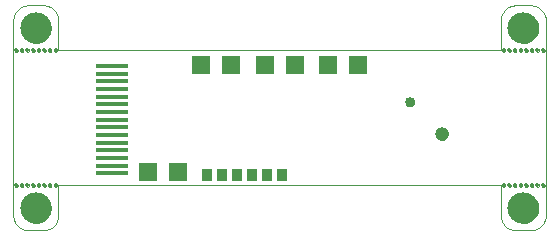
<source format=gbs>
G75*
%MOIN*%
%OFA0B0*%
%FSLAX24Y24*%
%IPPOS*%
%LPD*%
%AMOC8*
5,1,8,0,0,1.08239X$1,22.5*
%
%ADD10C,0.0000*%
%ADD11C,0.1040*%
%ADD12C,0.0140*%
%ADD13C,0.0335*%
%ADD14C,0.0453*%
%ADD15R,0.0640X0.0640*%
%ADD16R,0.1064X0.0178*%
%ADD17R,0.0360X0.0390*%
D10*
X004510Y000900D02*
X004510Y007400D01*
X004512Y007444D01*
X004518Y007487D01*
X004527Y007529D01*
X004540Y007571D01*
X004557Y007611D01*
X004577Y007650D01*
X004600Y007687D01*
X004627Y007721D01*
X004656Y007754D01*
X004689Y007783D01*
X004723Y007810D01*
X004760Y007833D01*
X004799Y007853D01*
X004839Y007870D01*
X004881Y007883D01*
X004923Y007892D01*
X004966Y007898D01*
X005010Y007900D01*
X005510Y007900D01*
X005554Y007898D01*
X005597Y007892D01*
X005639Y007883D01*
X005681Y007870D01*
X005721Y007853D01*
X005760Y007833D01*
X005797Y007810D01*
X005831Y007783D01*
X005864Y007754D01*
X005893Y007721D01*
X005920Y007687D01*
X005943Y007650D01*
X005963Y007611D01*
X005980Y007571D01*
X005993Y007529D01*
X006002Y007487D01*
X006008Y007444D01*
X006010Y007400D01*
X006010Y006400D01*
X020760Y006400D01*
X020760Y007400D01*
X020762Y007444D01*
X020768Y007487D01*
X020777Y007529D01*
X020790Y007571D01*
X020807Y007611D01*
X020827Y007650D01*
X020850Y007687D01*
X020877Y007721D01*
X020906Y007754D01*
X020939Y007783D01*
X020973Y007810D01*
X021010Y007833D01*
X021049Y007853D01*
X021089Y007870D01*
X021131Y007883D01*
X021173Y007892D01*
X021216Y007898D01*
X021260Y007900D01*
X021760Y007900D01*
X021804Y007898D01*
X021847Y007892D01*
X021889Y007883D01*
X021931Y007870D01*
X021971Y007853D01*
X022010Y007833D01*
X022047Y007810D01*
X022081Y007783D01*
X022114Y007754D01*
X022143Y007721D01*
X022170Y007687D01*
X022193Y007650D01*
X022213Y007611D01*
X022230Y007571D01*
X022243Y007529D01*
X022252Y007487D01*
X022258Y007444D01*
X022260Y007400D01*
X022260Y000900D01*
X022258Y000856D01*
X022252Y000813D01*
X022243Y000771D01*
X022230Y000729D01*
X022213Y000689D01*
X022193Y000650D01*
X022170Y000613D01*
X022143Y000579D01*
X022114Y000546D01*
X022081Y000517D01*
X022047Y000490D01*
X022010Y000467D01*
X021971Y000447D01*
X021931Y000430D01*
X021889Y000417D01*
X021847Y000408D01*
X021804Y000402D01*
X021760Y000400D01*
X021260Y000400D01*
X021216Y000402D01*
X021173Y000408D01*
X021131Y000417D01*
X021089Y000430D01*
X021049Y000447D01*
X021010Y000467D01*
X020973Y000490D01*
X020939Y000517D01*
X020906Y000546D01*
X020877Y000579D01*
X020850Y000613D01*
X020827Y000650D01*
X020807Y000689D01*
X020790Y000729D01*
X020777Y000771D01*
X020768Y000813D01*
X020762Y000856D01*
X020760Y000900D01*
X020760Y001900D01*
X006010Y001900D01*
X006010Y000900D01*
X006008Y000856D01*
X006002Y000813D01*
X005993Y000771D01*
X005980Y000729D01*
X005963Y000689D01*
X005943Y000650D01*
X005920Y000613D01*
X005893Y000579D01*
X005864Y000546D01*
X005831Y000517D01*
X005797Y000490D01*
X005760Y000467D01*
X005721Y000447D01*
X005681Y000430D01*
X005639Y000417D01*
X005597Y000408D01*
X005554Y000402D01*
X005510Y000400D01*
X005010Y000400D01*
X004966Y000402D01*
X004923Y000408D01*
X004881Y000417D01*
X004839Y000430D01*
X004799Y000447D01*
X004760Y000467D01*
X004723Y000490D01*
X004689Y000517D01*
X004656Y000546D01*
X004627Y000579D01*
X004600Y000613D01*
X004577Y000650D01*
X004557Y000689D01*
X004540Y000729D01*
X004527Y000771D01*
X004518Y000813D01*
X004512Y000856D01*
X004510Y000900D01*
X004760Y001150D02*
X004762Y001194D01*
X004768Y001238D01*
X004778Y001281D01*
X004791Y001323D01*
X004808Y001364D01*
X004829Y001403D01*
X004853Y001440D01*
X004880Y001475D01*
X004910Y001507D01*
X004943Y001537D01*
X004979Y001563D01*
X005016Y001587D01*
X005056Y001606D01*
X005097Y001623D01*
X005140Y001635D01*
X005183Y001644D01*
X005227Y001649D01*
X005271Y001650D01*
X005315Y001647D01*
X005359Y001640D01*
X005402Y001629D01*
X005444Y001615D01*
X005484Y001597D01*
X005523Y001575D01*
X005559Y001551D01*
X005593Y001523D01*
X005625Y001492D01*
X005654Y001458D01*
X005680Y001422D01*
X005702Y001384D01*
X005721Y001344D01*
X005736Y001302D01*
X005748Y001260D01*
X005756Y001216D01*
X005760Y001172D01*
X005760Y001128D01*
X005756Y001084D01*
X005748Y001040D01*
X005736Y000998D01*
X005721Y000956D01*
X005702Y000916D01*
X005680Y000878D01*
X005654Y000842D01*
X005625Y000808D01*
X005593Y000777D01*
X005559Y000749D01*
X005523Y000725D01*
X005484Y000703D01*
X005444Y000685D01*
X005402Y000671D01*
X005359Y000660D01*
X005315Y000653D01*
X005271Y000650D01*
X005227Y000651D01*
X005183Y000656D01*
X005140Y000665D01*
X005097Y000677D01*
X005056Y000694D01*
X005016Y000713D01*
X004979Y000737D01*
X004943Y000763D01*
X004910Y000793D01*
X004880Y000825D01*
X004853Y000860D01*
X004829Y000897D01*
X004808Y000936D01*
X004791Y000977D01*
X004778Y001019D01*
X004768Y001062D01*
X004762Y001106D01*
X004760Y001150D01*
X004741Y001900D02*
X004743Y001913D01*
X004748Y001926D01*
X004757Y001937D01*
X004768Y001944D01*
X004781Y001949D01*
X004794Y001950D01*
X004808Y001947D01*
X004820Y001941D01*
X004830Y001932D01*
X004837Y001920D01*
X004841Y001907D01*
X004841Y001893D01*
X004837Y001880D01*
X004830Y001868D01*
X004820Y001859D01*
X004808Y001853D01*
X004794Y001850D01*
X004781Y001851D01*
X004768Y001856D01*
X004757Y001863D01*
X004748Y001874D01*
X004743Y001887D01*
X004741Y001900D01*
X004553Y001900D02*
X004555Y001913D01*
X004560Y001926D01*
X004569Y001937D01*
X004580Y001944D01*
X004593Y001949D01*
X004606Y001950D01*
X004620Y001947D01*
X004632Y001941D01*
X004642Y001932D01*
X004649Y001920D01*
X004653Y001907D01*
X004653Y001893D01*
X004649Y001880D01*
X004642Y001868D01*
X004632Y001859D01*
X004620Y001853D01*
X004606Y001850D01*
X004593Y001851D01*
X004580Y001856D01*
X004569Y001863D01*
X004560Y001874D01*
X004555Y001887D01*
X004553Y001900D01*
X004928Y001900D02*
X004930Y001913D01*
X004935Y001926D01*
X004944Y001937D01*
X004955Y001944D01*
X004968Y001949D01*
X004981Y001950D01*
X004995Y001947D01*
X005007Y001941D01*
X005017Y001932D01*
X005024Y001920D01*
X005028Y001907D01*
X005028Y001893D01*
X005024Y001880D01*
X005017Y001868D01*
X005007Y001859D01*
X004995Y001853D01*
X004981Y001850D01*
X004968Y001851D01*
X004955Y001856D01*
X004944Y001863D01*
X004935Y001874D01*
X004930Y001887D01*
X004928Y001900D01*
X005116Y001900D02*
X005118Y001913D01*
X005123Y001926D01*
X005132Y001937D01*
X005143Y001944D01*
X005156Y001949D01*
X005169Y001950D01*
X005183Y001947D01*
X005195Y001941D01*
X005205Y001932D01*
X005212Y001920D01*
X005216Y001907D01*
X005216Y001893D01*
X005212Y001880D01*
X005205Y001868D01*
X005195Y001859D01*
X005183Y001853D01*
X005169Y001850D01*
X005156Y001851D01*
X005143Y001856D01*
X005132Y001863D01*
X005123Y001874D01*
X005118Y001887D01*
X005116Y001900D01*
X005303Y001900D02*
X005305Y001913D01*
X005310Y001926D01*
X005319Y001937D01*
X005330Y001944D01*
X005343Y001949D01*
X005356Y001950D01*
X005370Y001947D01*
X005382Y001941D01*
X005392Y001932D01*
X005399Y001920D01*
X005403Y001907D01*
X005403Y001893D01*
X005399Y001880D01*
X005392Y001868D01*
X005382Y001859D01*
X005370Y001853D01*
X005356Y001850D01*
X005343Y001851D01*
X005330Y001856D01*
X005319Y001863D01*
X005310Y001874D01*
X005305Y001887D01*
X005303Y001900D01*
X005491Y001900D02*
X005493Y001913D01*
X005498Y001926D01*
X005507Y001937D01*
X005518Y001944D01*
X005531Y001949D01*
X005544Y001950D01*
X005558Y001947D01*
X005570Y001941D01*
X005580Y001932D01*
X005587Y001920D01*
X005591Y001907D01*
X005591Y001893D01*
X005587Y001880D01*
X005580Y001868D01*
X005570Y001859D01*
X005558Y001853D01*
X005544Y001850D01*
X005531Y001851D01*
X005518Y001856D01*
X005507Y001863D01*
X005498Y001874D01*
X005493Y001887D01*
X005491Y001900D01*
X005678Y001900D02*
X005680Y001913D01*
X005685Y001926D01*
X005694Y001937D01*
X005705Y001944D01*
X005718Y001949D01*
X005731Y001950D01*
X005745Y001947D01*
X005757Y001941D01*
X005767Y001932D01*
X005774Y001920D01*
X005778Y001907D01*
X005778Y001893D01*
X005774Y001880D01*
X005767Y001868D01*
X005757Y001859D01*
X005745Y001853D01*
X005731Y001850D01*
X005718Y001851D01*
X005705Y001856D01*
X005694Y001863D01*
X005685Y001874D01*
X005680Y001887D01*
X005678Y001900D01*
X005866Y001900D02*
X005868Y001913D01*
X005873Y001926D01*
X005882Y001937D01*
X005893Y001944D01*
X005906Y001949D01*
X005919Y001950D01*
X005933Y001947D01*
X005945Y001941D01*
X005955Y001932D01*
X005962Y001920D01*
X005966Y001907D01*
X005966Y001893D01*
X005962Y001880D01*
X005955Y001868D01*
X005945Y001859D01*
X005933Y001853D01*
X005919Y001850D01*
X005906Y001851D01*
X005893Y001856D01*
X005882Y001863D01*
X005873Y001874D01*
X005868Y001887D01*
X005866Y001900D01*
X005866Y006400D02*
X005868Y006413D01*
X005873Y006426D01*
X005882Y006437D01*
X005893Y006444D01*
X005906Y006449D01*
X005919Y006450D01*
X005933Y006447D01*
X005945Y006441D01*
X005955Y006432D01*
X005962Y006420D01*
X005966Y006407D01*
X005966Y006393D01*
X005962Y006380D01*
X005955Y006368D01*
X005945Y006359D01*
X005933Y006353D01*
X005919Y006350D01*
X005906Y006351D01*
X005893Y006356D01*
X005882Y006363D01*
X005873Y006374D01*
X005868Y006387D01*
X005866Y006400D01*
X005678Y006400D02*
X005680Y006413D01*
X005685Y006426D01*
X005694Y006437D01*
X005705Y006444D01*
X005718Y006449D01*
X005731Y006450D01*
X005745Y006447D01*
X005757Y006441D01*
X005767Y006432D01*
X005774Y006420D01*
X005778Y006407D01*
X005778Y006393D01*
X005774Y006380D01*
X005767Y006368D01*
X005757Y006359D01*
X005745Y006353D01*
X005731Y006350D01*
X005718Y006351D01*
X005705Y006356D01*
X005694Y006363D01*
X005685Y006374D01*
X005680Y006387D01*
X005678Y006400D01*
X005491Y006400D02*
X005493Y006413D01*
X005498Y006426D01*
X005507Y006437D01*
X005518Y006444D01*
X005531Y006449D01*
X005544Y006450D01*
X005558Y006447D01*
X005570Y006441D01*
X005580Y006432D01*
X005587Y006420D01*
X005591Y006407D01*
X005591Y006393D01*
X005587Y006380D01*
X005580Y006368D01*
X005570Y006359D01*
X005558Y006353D01*
X005544Y006350D01*
X005531Y006351D01*
X005518Y006356D01*
X005507Y006363D01*
X005498Y006374D01*
X005493Y006387D01*
X005491Y006400D01*
X005303Y006400D02*
X005305Y006413D01*
X005310Y006426D01*
X005319Y006437D01*
X005330Y006444D01*
X005343Y006449D01*
X005356Y006450D01*
X005370Y006447D01*
X005382Y006441D01*
X005392Y006432D01*
X005399Y006420D01*
X005403Y006407D01*
X005403Y006393D01*
X005399Y006380D01*
X005392Y006368D01*
X005382Y006359D01*
X005370Y006353D01*
X005356Y006350D01*
X005343Y006351D01*
X005330Y006356D01*
X005319Y006363D01*
X005310Y006374D01*
X005305Y006387D01*
X005303Y006400D01*
X005116Y006400D02*
X005118Y006413D01*
X005123Y006426D01*
X005132Y006437D01*
X005143Y006444D01*
X005156Y006449D01*
X005169Y006450D01*
X005183Y006447D01*
X005195Y006441D01*
X005205Y006432D01*
X005212Y006420D01*
X005216Y006407D01*
X005216Y006393D01*
X005212Y006380D01*
X005205Y006368D01*
X005195Y006359D01*
X005183Y006353D01*
X005169Y006350D01*
X005156Y006351D01*
X005143Y006356D01*
X005132Y006363D01*
X005123Y006374D01*
X005118Y006387D01*
X005116Y006400D01*
X004928Y006400D02*
X004930Y006413D01*
X004935Y006426D01*
X004944Y006437D01*
X004955Y006444D01*
X004968Y006449D01*
X004981Y006450D01*
X004995Y006447D01*
X005007Y006441D01*
X005017Y006432D01*
X005024Y006420D01*
X005028Y006407D01*
X005028Y006393D01*
X005024Y006380D01*
X005017Y006368D01*
X005007Y006359D01*
X004995Y006353D01*
X004981Y006350D01*
X004968Y006351D01*
X004955Y006356D01*
X004944Y006363D01*
X004935Y006374D01*
X004930Y006387D01*
X004928Y006400D01*
X004741Y006400D02*
X004743Y006413D01*
X004748Y006426D01*
X004757Y006437D01*
X004768Y006444D01*
X004781Y006449D01*
X004794Y006450D01*
X004808Y006447D01*
X004820Y006441D01*
X004830Y006432D01*
X004837Y006420D01*
X004841Y006407D01*
X004841Y006393D01*
X004837Y006380D01*
X004830Y006368D01*
X004820Y006359D01*
X004808Y006353D01*
X004794Y006350D01*
X004781Y006351D01*
X004768Y006356D01*
X004757Y006363D01*
X004748Y006374D01*
X004743Y006387D01*
X004741Y006400D01*
X004553Y006400D02*
X004555Y006413D01*
X004560Y006426D01*
X004569Y006437D01*
X004580Y006444D01*
X004593Y006449D01*
X004606Y006450D01*
X004620Y006447D01*
X004632Y006441D01*
X004642Y006432D01*
X004649Y006420D01*
X004653Y006407D01*
X004653Y006393D01*
X004649Y006380D01*
X004642Y006368D01*
X004632Y006359D01*
X004620Y006353D01*
X004606Y006350D01*
X004593Y006351D01*
X004580Y006356D01*
X004569Y006363D01*
X004560Y006374D01*
X004555Y006387D01*
X004553Y006400D01*
X004760Y007150D02*
X004762Y007194D01*
X004768Y007238D01*
X004778Y007281D01*
X004791Y007323D01*
X004808Y007364D01*
X004829Y007403D01*
X004853Y007440D01*
X004880Y007475D01*
X004910Y007507D01*
X004943Y007537D01*
X004979Y007563D01*
X005016Y007587D01*
X005056Y007606D01*
X005097Y007623D01*
X005140Y007635D01*
X005183Y007644D01*
X005227Y007649D01*
X005271Y007650D01*
X005315Y007647D01*
X005359Y007640D01*
X005402Y007629D01*
X005444Y007615D01*
X005484Y007597D01*
X005523Y007575D01*
X005559Y007551D01*
X005593Y007523D01*
X005625Y007492D01*
X005654Y007458D01*
X005680Y007422D01*
X005702Y007384D01*
X005721Y007344D01*
X005736Y007302D01*
X005748Y007260D01*
X005756Y007216D01*
X005760Y007172D01*
X005760Y007128D01*
X005756Y007084D01*
X005748Y007040D01*
X005736Y006998D01*
X005721Y006956D01*
X005702Y006916D01*
X005680Y006878D01*
X005654Y006842D01*
X005625Y006808D01*
X005593Y006777D01*
X005559Y006749D01*
X005523Y006725D01*
X005484Y006703D01*
X005444Y006685D01*
X005402Y006671D01*
X005359Y006660D01*
X005315Y006653D01*
X005271Y006650D01*
X005227Y006651D01*
X005183Y006656D01*
X005140Y006665D01*
X005097Y006677D01*
X005056Y006694D01*
X005016Y006713D01*
X004979Y006737D01*
X004943Y006763D01*
X004910Y006793D01*
X004880Y006825D01*
X004853Y006860D01*
X004829Y006897D01*
X004808Y006936D01*
X004791Y006977D01*
X004778Y007019D01*
X004768Y007062D01*
X004762Y007106D01*
X004760Y007150D01*
X017583Y004679D02*
X017585Y004703D01*
X017591Y004726D01*
X017600Y004748D01*
X017613Y004768D01*
X017628Y004786D01*
X017647Y004801D01*
X017668Y004813D01*
X017690Y004821D01*
X017713Y004826D01*
X017737Y004827D01*
X017761Y004824D01*
X017783Y004817D01*
X017805Y004807D01*
X017825Y004794D01*
X017842Y004777D01*
X017856Y004758D01*
X017867Y004737D01*
X017875Y004714D01*
X017879Y004691D01*
X017879Y004667D01*
X017875Y004644D01*
X017867Y004621D01*
X017856Y004600D01*
X017842Y004581D01*
X017825Y004564D01*
X017805Y004551D01*
X017783Y004541D01*
X017761Y004534D01*
X017737Y004531D01*
X017713Y004532D01*
X017690Y004537D01*
X017668Y004545D01*
X017647Y004557D01*
X017628Y004572D01*
X017613Y004590D01*
X017600Y004610D01*
X017591Y004632D01*
X017585Y004655D01*
X017583Y004679D01*
X018581Y003621D02*
X018583Y003649D01*
X018589Y003677D01*
X018598Y003703D01*
X018611Y003729D01*
X018627Y003752D01*
X018647Y003772D01*
X018669Y003790D01*
X018693Y003805D01*
X018719Y003816D01*
X018746Y003824D01*
X018774Y003828D01*
X018802Y003828D01*
X018830Y003824D01*
X018857Y003816D01*
X018883Y003805D01*
X018907Y003790D01*
X018929Y003772D01*
X018949Y003752D01*
X018965Y003729D01*
X018978Y003703D01*
X018987Y003677D01*
X018993Y003649D01*
X018995Y003621D01*
X018993Y003593D01*
X018987Y003565D01*
X018978Y003539D01*
X018965Y003513D01*
X018949Y003490D01*
X018929Y003470D01*
X018907Y003452D01*
X018883Y003437D01*
X018857Y003426D01*
X018830Y003418D01*
X018802Y003414D01*
X018774Y003414D01*
X018746Y003418D01*
X018719Y003426D01*
X018693Y003437D01*
X018669Y003452D01*
X018647Y003470D01*
X018627Y003490D01*
X018611Y003513D01*
X018598Y003539D01*
X018589Y003565D01*
X018583Y003593D01*
X018581Y003621D01*
X020803Y001900D02*
X020805Y001913D01*
X020810Y001926D01*
X020819Y001937D01*
X020830Y001944D01*
X020843Y001949D01*
X020856Y001950D01*
X020870Y001947D01*
X020882Y001941D01*
X020892Y001932D01*
X020899Y001920D01*
X020903Y001907D01*
X020903Y001893D01*
X020899Y001880D01*
X020892Y001868D01*
X020882Y001859D01*
X020870Y001853D01*
X020856Y001850D01*
X020843Y001851D01*
X020830Y001856D01*
X020819Y001863D01*
X020810Y001874D01*
X020805Y001887D01*
X020803Y001900D01*
X020991Y001900D02*
X020993Y001913D01*
X020998Y001926D01*
X021007Y001937D01*
X021018Y001944D01*
X021031Y001949D01*
X021044Y001950D01*
X021058Y001947D01*
X021070Y001941D01*
X021080Y001932D01*
X021087Y001920D01*
X021091Y001907D01*
X021091Y001893D01*
X021087Y001880D01*
X021080Y001868D01*
X021070Y001859D01*
X021058Y001853D01*
X021044Y001850D01*
X021031Y001851D01*
X021018Y001856D01*
X021007Y001863D01*
X020998Y001874D01*
X020993Y001887D01*
X020991Y001900D01*
X021178Y001900D02*
X021180Y001913D01*
X021185Y001926D01*
X021194Y001937D01*
X021205Y001944D01*
X021218Y001949D01*
X021231Y001950D01*
X021245Y001947D01*
X021257Y001941D01*
X021267Y001932D01*
X021274Y001920D01*
X021278Y001907D01*
X021278Y001893D01*
X021274Y001880D01*
X021267Y001868D01*
X021257Y001859D01*
X021245Y001853D01*
X021231Y001850D01*
X021218Y001851D01*
X021205Y001856D01*
X021194Y001863D01*
X021185Y001874D01*
X021180Y001887D01*
X021178Y001900D01*
X021366Y001900D02*
X021368Y001913D01*
X021373Y001926D01*
X021382Y001937D01*
X021393Y001944D01*
X021406Y001949D01*
X021419Y001950D01*
X021433Y001947D01*
X021445Y001941D01*
X021455Y001932D01*
X021462Y001920D01*
X021466Y001907D01*
X021466Y001893D01*
X021462Y001880D01*
X021455Y001868D01*
X021445Y001859D01*
X021433Y001853D01*
X021419Y001850D01*
X021406Y001851D01*
X021393Y001856D01*
X021382Y001863D01*
X021373Y001874D01*
X021368Y001887D01*
X021366Y001900D01*
X021553Y001900D02*
X021555Y001913D01*
X021560Y001926D01*
X021569Y001937D01*
X021580Y001944D01*
X021593Y001949D01*
X021606Y001950D01*
X021620Y001947D01*
X021632Y001941D01*
X021642Y001932D01*
X021649Y001920D01*
X021653Y001907D01*
X021653Y001893D01*
X021649Y001880D01*
X021642Y001868D01*
X021632Y001859D01*
X021620Y001853D01*
X021606Y001850D01*
X021593Y001851D01*
X021580Y001856D01*
X021569Y001863D01*
X021560Y001874D01*
X021555Y001887D01*
X021553Y001900D01*
X021741Y001900D02*
X021743Y001913D01*
X021748Y001926D01*
X021757Y001937D01*
X021768Y001944D01*
X021781Y001949D01*
X021794Y001950D01*
X021808Y001947D01*
X021820Y001941D01*
X021830Y001932D01*
X021837Y001920D01*
X021841Y001907D01*
X021841Y001893D01*
X021837Y001880D01*
X021830Y001868D01*
X021820Y001859D01*
X021808Y001853D01*
X021794Y001850D01*
X021781Y001851D01*
X021768Y001856D01*
X021757Y001863D01*
X021748Y001874D01*
X021743Y001887D01*
X021741Y001900D01*
X021928Y001900D02*
X021930Y001913D01*
X021935Y001926D01*
X021944Y001937D01*
X021955Y001944D01*
X021968Y001949D01*
X021981Y001950D01*
X021995Y001947D01*
X022007Y001941D01*
X022017Y001932D01*
X022024Y001920D01*
X022028Y001907D01*
X022028Y001893D01*
X022024Y001880D01*
X022017Y001868D01*
X022007Y001859D01*
X021995Y001853D01*
X021981Y001850D01*
X021968Y001851D01*
X021955Y001856D01*
X021944Y001863D01*
X021935Y001874D01*
X021930Y001887D01*
X021928Y001900D01*
X022116Y001900D02*
X022118Y001913D01*
X022123Y001926D01*
X022132Y001937D01*
X022143Y001944D01*
X022156Y001949D01*
X022169Y001950D01*
X022183Y001947D01*
X022195Y001941D01*
X022205Y001932D01*
X022212Y001920D01*
X022216Y001907D01*
X022216Y001893D01*
X022212Y001880D01*
X022205Y001868D01*
X022195Y001859D01*
X022183Y001853D01*
X022169Y001850D01*
X022156Y001851D01*
X022143Y001856D01*
X022132Y001863D01*
X022123Y001874D01*
X022118Y001887D01*
X022116Y001900D01*
X021010Y001150D02*
X021012Y001194D01*
X021018Y001238D01*
X021028Y001281D01*
X021041Y001323D01*
X021058Y001364D01*
X021079Y001403D01*
X021103Y001440D01*
X021130Y001475D01*
X021160Y001507D01*
X021193Y001537D01*
X021229Y001563D01*
X021266Y001587D01*
X021306Y001606D01*
X021347Y001623D01*
X021390Y001635D01*
X021433Y001644D01*
X021477Y001649D01*
X021521Y001650D01*
X021565Y001647D01*
X021609Y001640D01*
X021652Y001629D01*
X021694Y001615D01*
X021734Y001597D01*
X021773Y001575D01*
X021809Y001551D01*
X021843Y001523D01*
X021875Y001492D01*
X021904Y001458D01*
X021930Y001422D01*
X021952Y001384D01*
X021971Y001344D01*
X021986Y001302D01*
X021998Y001260D01*
X022006Y001216D01*
X022010Y001172D01*
X022010Y001128D01*
X022006Y001084D01*
X021998Y001040D01*
X021986Y000998D01*
X021971Y000956D01*
X021952Y000916D01*
X021930Y000878D01*
X021904Y000842D01*
X021875Y000808D01*
X021843Y000777D01*
X021809Y000749D01*
X021773Y000725D01*
X021734Y000703D01*
X021694Y000685D01*
X021652Y000671D01*
X021609Y000660D01*
X021565Y000653D01*
X021521Y000650D01*
X021477Y000651D01*
X021433Y000656D01*
X021390Y000665D01*
X021347Y000677D01*
X021306Y000694D01*
X021266Y000713D01*
X021229Y000737D01*
X021193Y000763D01*
X021160Y000793D01*
X021130Y000825D01*
X021103Y000860D01*
X021079Y000897D01*
X021058Y000936D01*
X021041Y000977D01*
X021028Y001019D01*
X021018Y001062D01*
X021012Y001106D01*
X021010Y001150D01*
X020991Y006400D02*
X020993Y006413D01*
X020998Y006426D01*
X021007Y006437D01*
X021018Y006444D01*
X021031Y006449D01*
X021044Y006450D01*
X021058Y006447D01*
X021070Y006441D01*
X021080Y006432D01*
X021087Y006420D01*
X021091Y006407D01*
X021091Y006393D01*
X021087Y006380D01*
X021080Y006368D01*
X021070Y006359D01*
X021058Y006353D01*
X021044Y006350D01*
X021031Y006351D01*
X021018Y006356D01*
X021007Y006363D01*
X020998Y006374D01*
X020993Y006387D01*
X020991Y006400D01*
X020803Y006400D02*
X020805Y006413D01*
X020810Y006426D01*
X020819Y006437D01*
X020830Y006444D01*
X020843Y006449D01*
X020856Y006450D01*
X020870Y006447D01*
X020882Y006441D01*
X020892Y006432D01*
X020899Y006420D01*
X020903Y006407D01*
X020903Y006393D01*
X020899Y006380D01*
X020892Y006368D01*
X020882Y006359D01*
X020870Y006353D01*
X020856Y006350D01*
X020843Y006351D01*
X020830Y006356D01*
X020819Y006363D01*
X020810Y006374D01*
X020805Y006387D01*
X020803Y006400D01*
X021178Y006400D02*
X021180Y006413D01*
X021185Y006426D01*
X021194Y006437D01*
X021205Y006444D01*
X021218Y006449D01*
X021231Y006450D01*
X021245Y006447D01*
X021257Y006441D01*
X021267Y006432D01*
X021274Y006420D01*
X021278Y006407D01*
X021278Y006393D01*
X021274Y006380D01*
X021267Y006368D01*
X021257Y006359D01*
X021245Y006353D01*
X021231Y006350D01*
X021218Y006351D01*
X021205Y006356D01*
X021194Y006363D01*
X021185Y006374D01*
X021180Y006387D01*
X021178Y006400D01*
X021366Y006400D02*
X021368Y006413D01*
X021373Y006426D01*
X021382Y006437D01*
X021393Y006444D01*
X021406Y006449D01*
X021419Y006450D01*
X021433Y006447D01*
X021445Y006441D01*
X021455Y006432D01*
X021462Y006420D01*
X021466Y006407D01*
X021466Y006393D01*
X021462Y006380D01*
X021455Y006368D01*
X021445Y006359D01*
X021433Y006353D01*
X021419Y006350D01*
X021406Y006351D01*
X021393Y006356D01*
X021382Y006363D01*
X021373Y006374D01*
X021368Y006387D01*
X021366Y006400D01*
X021553Y006400D02*
X021555Y006413D01*
X021560Y006426D01*
X021569Y006437D01*
X021580Y006444D01*
X021593Y006449D01*
X021606Y006450D01*
X021620Y006447D01*
X021632Y006441D01*
X021642Y006432D01*
X021649Y006420D01*
X021653Y006407D01*
X021653Y006393D01*
X021649Y006380D01*
X021642Y006368D01*
X021632Y006359D01*
X021620Y006353D01*
X021606Y006350D01*
X021593Y006351D01*
X021580Y006356D01*
X021569Y006363D01*
X021560Y006374D01*
X021555Y006387D01*
X021553Y006400D01*
X021741Y006400D02*
X021743Y006413D01*
X021748Y006426D01*
X021757Y006437D01*
X021768Y006444D01*
X021781Y006449D01*
X021794Y006450D01*
X021808Y006447D01*
X021820Y006441D01*
X021830Y006432D01*
X021837Y006420D01*
X021841Y006407D01*
X021841Y006393D01*
X021837Y006380D01*
X021830Y006368D01*
X021820Y006359D01*
X021808Y006353D01*
X021794Y006350D01*
X021781Y006351D01*
X021768Y006356D01*
X021757Y006363D01*
X021748Y006374D01*
X021743Y006387D01*
X021741Y006400D01*
X021928Y006400D02*
X021930Y006413D01*
X021935Y006426D01*
X021944Y006437D01*
X021955Y006444D01*
X021968Y006449D01*
X021981Y006450D01*
X021995Y006447D01*
X022007Y006441D01*
X022017Y006432D01*
X022024Y006420D01*
X022028Y006407D01*
X022028Y006393D01*
X022024Y006380D01*
X022017Y006368D01*
X022007Y006359D01*
X021995Y006353D01*
X021981Y006350D01*
X021968Y006351D01*
X021955Y006356D01*
X021944Y006363D01*
X021935Y006374D01*
X021930Y006387D01*
X021928Y006400D01*
X022116Y006400D02*
X022118Y006413D01*
X022123Y006426D01*
X022132Y006437D01*
X022143Y006444D01*
X022156Y006449D01*
X022169Y006450D01*
X022183Y006447D01*
X022195Y006441D01*
X022205Y006432D01*
X022212Y006420D01*
X022216Y006407D01*
X022216Y006393D01*
X022212Y006380D01*
X022205Y006368D01*
X022195Y006359D01*
X022183Y006353D01*
X022169Y006350D01*
X022156Y006351D01*
X022143Y006356D01*
X022132Y006363D01*
X022123Y006374D01*
X022118Y006387D01*
X022116Y006400D01*
X021010Y007150D02*
X021012Y007194D01*
X021018Y007238D01*
X021028Y007281D01*
X021041Y007323D01*
X021058Y007364D01*
X021079Y007403D01*
X021103Y007440D01*
X021130Y007475D01*
X021160Y007507D01*
X021193Y007537D01*
X021229Y007563D01*
X021266Y007587D01*
X021306Y007606D01*
X021347Y007623D01*
X021390Y007635D01*
X021433Y007644D01*
X021477Y007649D01*
X021521Y007650D01*
X021565Y007647D01*
X021609Y007640D01*
X021652Y007629D01*
X021694Y007615D01*
X021734Y007597D01*
X021773Y007575D01*
X021809Y007551D01*
X021843Y007523D01*
X021875Y007492D01*
X021904Y007458D01*
X021930Y007422D01*
X021952Y007384D01*
X021971Y007344D01*
X021986Y007302D01*
X021998Y007260D01*
X022006Y007216D01*
X022010Y007172D01*
X022010Y007128D01*
X022006Y007084D01*
X021998Y007040D01*
X021986Y006998D01*
X021971Y006956D01*
X021952Y006916D01*
X021930Y006878D01*
X021904Y006842D01*
X021875Y006808D01*
X021843Y006777D01*
X021809Y006749D01*
X021773Y006725D01*
X021734Y006703D01*
X021694Y006685D01*
X021652Y006671D01*
X021609Y006660D01*
X021565Y006653D01*
X021521Y006650D01*
X021477Y006651D01*
X021433Y006656D01*
X021390Y006665D01*
X021347Y006677D01*
X021306Y006694D01*
X021266Y006713D01*
X021229Y006737D01*
X021193Y006763D01*
X021160Y006793D01*
X021130Y006825D01*
X021103Y006860D01*
X021079Y006897D01*
X021058Y006936D01*
X021041Y006977D01*
X021028Y007019D01*
X021018Y007062D01*
X021012Y007106D01*
X021010Y007150D01*
D11*
X021510Y007150D03*
X021510Y001150D03*
X005260Y001150D03*
X005260Y007150D03*
D12*
X005353Y006400D03*
X005166Y006400D03*
X004978Y006400D03*
X004791Y006400D03*
X004603Y006400D03*
X005541Y006400D03*
X005728Y006400D03*
X005916Y006400D03*
X005916Y001900D03*
X005728Y001900D03*
X005541Y001900D03*
X005353Y001900D03*
X005166Y001900D03*
X004978Y001900D03*
X004791Y001900D03*
X004603Y001900D03*
X020853Y001900D03*
X021041Y001900D03*
X021228Y001900D03*
X021416Y001900D03*
X021603Y001900D03*
X021791Y001900D03*
X021978Y001900D03*
X022166Y001900D03*
X022166Y006400D03*
X021978Y006400D03*
X021791Y006400D03*
X021603Y006400D03*
X021416Y006400D03*
X021228Y006400D03*
X021041Y006400D03*
X020853Y006400D03*
D13*
X017731Y004679D03*
D14*
X018788Y003621D03*
D15*
X016010Y005900D03*
X015010Y005900D03*
X013885Y005900D03*
X012885Y005900D03*
X011760Y005900D03*
X010760Y005900D03*
X010010Y002338D03*
X009010Y002338D03*
D16*
X007791Y002296D03*
X007791Y002552D03*
X007791Y002808D03*
X007791Y003064D03*
X007791Y003320D03*
X007791Y003576D03*
X007791Y003832D03*
X007791Y004088D03*
X007791Y004343D03*
X007791Y004599D03*
X007791Y004855D03*
X007791Y005111D03*
X007791Y005367D03*
X007791Y005623D03*
X007791Y005879D03*
D17*
X010978Y002244D03*
X011478Y002244D03*
X011978Y002244D03*
X012478Y002244D03*
X012978Y002244D03*
X013478Y002244D03*
M02*

</source>
